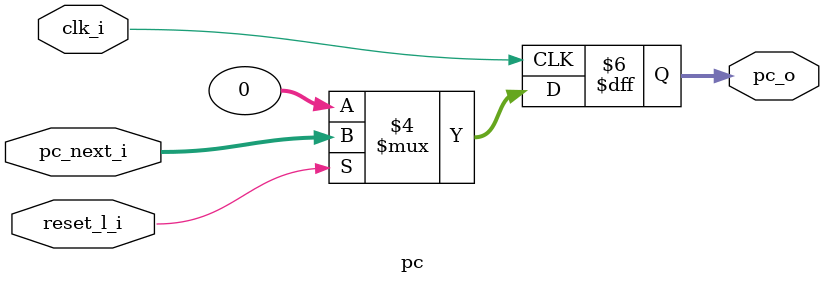
<source format=v>
module pc #(
    parameter DATA_WIDTH = 32
) (
    clk_i, pc_next_i, reset_l_i, pc_o
);
    input [DATA_WIDTH-1:0] pc_next_i;
    input reset_l_i, clk_i;

    output reg [DATA_WIDTH-1:0] pc_o;

    always @(posedge clk_i) begin
        if (reset_l_i == 1'b0) begin
            pc_o <= 32'h00000000;
        end else begin
            pc_o <= pc_next_i;
        end
    end
endmodule
</source>
